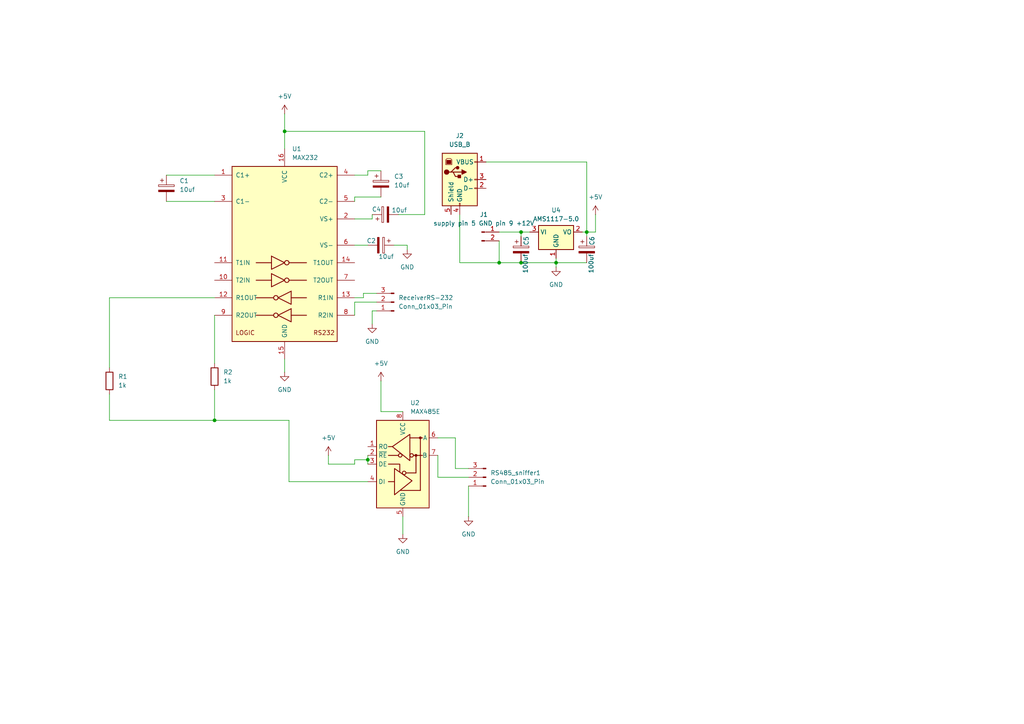
<source format=kicad_sch>
(kicad_sch (version 20250114) (generator "eeschema") (generator_version "9.0")
  (paper "A4")
  (lib_symbols
    (symbol "Connector:Conn_01x02_Pin" (pin_names (offset 1.016) (hide yes))
      (property "Reference" "J" (at 0 2.54 0))
      (property "Value" "Conn_01x02_Pin" (at 0 -5.08 0))
      (symbol "Conn_01x02_Pin_1_1"
        (rectangle (start 0.8636 0.127) (end 0 -0.127) (stroke (width 0.1524)) (fill (type outline)))
        (rectangle (start 0.8636 -2.413) (end 0 -2.667) (stroke (width 0.1524)) (fill (type outline)))
        (polyline (pts (xy 1.27 0) (xy 0.8636 0)) (stroke (width 0.1524)))
        (polyline (pts (xy 1.27 -2.54) (xy 0.8636 -2.54)) (stroke (width 0.1524)))
        (pin passive line (at 5.08 0 180) (length 3.81) (name "Pin_1") (number "1"))
        (pin passive line (at 5.08 -2.54 180) (length 3.81) (name "Pin_2") (number "2"))
      )
    )
    (symbol "Connector:Conn_01x03_Pin" (pin_names (offset 1.016) (hide yes))
      (property "Reference" "J" (at 0 5.08 0))
      (property "Value" "Conn_01x03_Pin" (at 0 -5.08 0))
      (symbol "Conn_01x03_Pin_1_1"
        (rectangle (start 0.8636 2.667) (end 0 2.413) (stroke (width 0.1524)) (fill (type outline)))
        (rectangle (start 0.8636 0.127) (end 0 -0.127) (stroke (width 0.1524)) (fill (type outline)))
        (rectangle (start 0.8636 -2.413) (end 0 -2.667) (stroke (width 0.1524)) (fill (type outline)))
        (polyline (pts (xy 1.27 2.54) (xy 0.8636 2.54)) (stroke (width 0.1524)))
        (polyline (pts (xy 1.27 0) (xy 0.8636 0)) (stroke (width 0.1524)))
        (polyline (pts (xy 1.27 -2.54) (xy 0.8636 -2.54)) (stroke (width 0.1524)))
        (pin passive line (at 5.08 2.54 180) (length 3.81) (name "Pin_1") (number "1"))
        (pin passive line (at 5.08 0 180) (length 3.81) (name "Pin_2") (number "2"))
        (pin passive line (at 5.08 -2.54 180) (length 3.81) (name "Pin_3") (number "3"))
      )
    )
    (symbol "Connector:USB_B" (pin_names (offset 1.016))
      (property "Reference" "J" (at -5.08 11.43 0))
      (property "Value" "USB_B" (at -5.08 8.89 0))
      (symbol "USB_B_0_1"
        (rectangle (start -5.08 -7.62) (end 5.08 7.62) (stroke (width 0.254)) (fill (type background)))
        (polyline (pts (xy -4.064 4.318) (xy -2.286 4.318) (xy -2.286 5.715) (xy -2.667 6.096) (xy -3.683 6.096) (xy -4.064 5.715) (xy -4.064 4.318)))
        (rectangle (start -3.81 5.588) (end -2.54 4.572) (fill (type outline)))
        (circle (center -3.81 2.159) (radius 0.635) (stroke (width 0.254)) (fill (type outline)))
        (polyline (pts (xy -3.175 2.159) (xy -2.54 2.159) (xy -1.27 3.429) (xy -0.635 3.429)) (stroke (width 0.254)))
        (polyline (pts (xy -2.54 2.159) (xy -1.905 2.159) (xy -1.27 0.889) (xy 0 0.889)) (stroke (width 0.254)))
        (polyline (pts (xy -1.905 2.159) (xy 0.635 2.159)) (stroke (width 0.254)))
        (circle (center -0.635 3.429) (radius 0.381) (stroke (width 0.254)) (fill (type outline)))
        (rectangle (start -0.127 -7.62) (end 0.127 -6.858))
        (rectangle (start 0.254 1.27) (end -0.508 0.508) (stroke (width 0.254)) (fill (type outline)))
        (polyline (pts (xy 0.635 2.794) (xy 0.635 1.524) (xy 1.905 2.159) (xy 0.635 2.794)) (stroke (width 0.254)) (fill (type outline)))
        (rectangle (start 5.08 4.953) (end 4.318 5.207))
        (rectangle (start 5.08 -0.127) (end 4.318 0.127))
        (rectangle (start 5.08 -2.667) (end 4.318 -2.413))
      )
      (symbol "USB_B_1_1"
        (pin passive line (at -2.54 -10.16 90) (length 2.54) (name "Shield") (number "5"))
        (pin power_out line (at 0 -10.16 90) (length 2.54) (name "GND") (number "4"))
        (pin power_out line (at 7.62 5.08 180) (length 2.54) (name "VBUS") (number "1"))
        (pin bidirectional line (at 7.62 0 180) (length 2.54) (name "D+") (number "3"))
        (pin bidirectional line (at 7.62 -2.54 180) (length 2.54) (name "D-") (number "2"))
      )
    )
    (symbol "Device:C_Polarized" (pin_numbers (hide yes)) (pin_names (offset 0.254))
      (property "Reference" "C" (at 0.635 2.54 0))
      (property "Value" "C_Polarized" (at 0.635 -2.54 0))
      (symbol "C_Polarized_0_1"
        (rectangle (start -2.286 0.508) (end 2.286 1.016))
        (polyline (pts (xy -1.778 2.286) (xy -0.762 2.286)))
        (polyline (pts (xy -1.27 2.794) (xy -1.27 1.778)))
        (rectangle (start 2.286 -0.508) (end -2.286 -1.016) (fill (type outline)))
      )
      (symbol "C_Polarized_1_1"
        (pin passive line (at 0 3.81 270) (length 2.794) (name "~") (number "1"))
        (pin passive line (at 0 -3.81 90) (length 2.794) (name "~") (number "2"))
      )
    )
    (symbol "Device:R" (pin_numbers (hide yes)) (pin_names (offset 0))
      (property "Reference" "R" (at 2.032 0 90))
      (property "Value" "R" (at 0 0 90))
      (symbol "R_0_1"
        (rectangle (start -1.016 -2.54) (end 1.016 2.54) (stroke (width 0.254)))
      )
      (symbol "R_1_1"
        (pin passive line (at 0 3.81 270) (length 1.27) (name "~") (number "1"))
        (pin passive line (at 0 -3.81 90) (length 1.27) (name "~") (number "2"))
      )
    )
    (symbol "Interface_UART:MAX232" (pin_names (offset 1.016))
      (property "Reference" "U" (at -2.54 28.575 0))
      (property "Value" "MAX232" (at -2.54 26.67 0))
      (symbol "MAX232_0_0"
        (text "LOGIC" (at -11.43 -22.86 0) (effects (font (size 1.27 1.27))))
        (text "RS232" (at 11.43 -22.86 0) (effects (font (size 1.27 1.27))))
      )
      (symbol "MAX232_0_1"
        (rectangle (start -15.24 -25.4) (end 15.24 25.4) (stroke (width 0.254)) (fill (type background)))
        (polyline (pts (xy -3.81 -0.635) (xy -3.81 -4.445) (xy 0 -2.54) (xy -3.81 -0.635)) (stroke (width 0.254)))
        (polyline (pts (xy -3.81 -2.54) (xy -8.255 -2.54)) (stroke (width 0.254)))
        (polyline (pts (xy -3.81 -5.715) (xy -3.81 -9.525) (xy 0 -7.62) (xy -3.81 -5.715)) (stroke (width 0.254)))
        (polyline (pts (xy -3.81 -7.62) (xy -8.255 -7.62)) (stroke (width 0.254)))
        (polyline (pts (xy -3.175 -12.7) (xy -8.255 -12.7)) (stroke (width 0.254)))
        (polyline (pts (xy -3.175 -17.78) (xy -8.255 -17.78)) (stroke (width 0.254)))
        (circle (center -2.54 -12.7) (radius 0.635) (stroke (width 0.254)))
        (circle (center -2.54 -17.78) (radius 0.635) (stroke (width 0.254)))
        (circle (center 0.635 -2.54) (radius 0.635) (stroke (width 0.254)))
        (circle (center 0.635 -7.62) (radius 0.635) (stroke (width 0.254)))
        (polyline (pts (xy 1.27 -2.54) (xy 6.35 -2.54)) (stroke (width 0.254)))
        (polyline (pts (xy 1.27 -7.62) (xy 6.35 -7.62)) (stroke (width 0.254)))
        (polyline (pts (xy 1.905 -10.795) (xy 1.905 -14.605) (xy -1.905 -12.7) (xy 1.905 -10.795)) (stroke (width 0.254)))
        (polyline (pts (xy 1.905 -12.7) (xy 6.35 -12.7)) (stroke (width 0.254)))
        (polyline (pts (xy 1.905 -15.875) (xy 1.905 -19.685) (xy -1.905 -17.78) (xy 1.905 -15.875)) (stroke (width 0.254)))
        (polyline (pts (xy 1.905 -17.78) (xy 6.35 -17.78)) (stroke (width 0.254)))
      )
      (symbol "MAX232_1_1"
        (pin passive line (at -20.32 22.86 0) (length 5.08) (name "C1+") (number "1"))
        (pin passive line (at -20.32 15.24 0) (length 5.08) (name "C1-") (number "3"))
        (pin input line (at -20.32 -2.54 0) (length 5.08) (name "T1IN") (number "11"))
        (pin input line (at -20.32 -7.62 0) (length 5.08) (name "T2IN") (number "10"))
        (pin output line (at -20.32 -12.7 0) (length 5.08) (name "R1OUT") (number "12"))
        (pin output line (at -20.32 -17.78 0) (length 5.08) (name "R2OUT") (number "9"))
        (pin power_in line (at 0 30.48 270) (length 5.08) (name "VCC") (number "16"))
        (pin power_in line (at 0 -30.48 90) (length 5.08) (name "GND") (number "15"))
        (pin passive line (at 20.32 22.86 180) (length 5.08) (name "C2+") (number "4"))
        (pin passive line (at 20.32 15.24 180) (length 5.08) (name "C2-") (number "5"))
        (pin power_out line (at 20.32 10.16 180) (length 5.08) (name "VS+") (number "2"))
        (pin power_out line (at 20.32 2.54 180) (length 5.08) (name "VS-") (number "6"))
        (pin output line (at 20.32 -2.54 180) (length 5.08) (name "T1OUT") (number "14"))
        (pin output line (at 20.32 -7.62 180) (length 5.08) (name "T2OUT") (number "7"))
        (pin input line (at 20.32 -12.7 180) (length 5.08) (name "R1IN") (number "13"))
        (pin input line (at 20.32 -17.78 180) (length 5.08) (name "R2IN") (number "8"))
      )
    )
    (symbol "Interface_UART:MAX485E"
      (property "Reference" "U" (at -6.985 13.97 0))
      (property "Value" "MAX485E" (at 1.905 13.97 0))
      (symbol "MAX485E_0_1"
        (rectangle (start -7.62 12.7) (end 7.62 -12.7) (stroke (width 0.254)) (fill (type background)))
        (polyline (pts (xy -4.191 2.54) (xy -1.27 2.54)) (stroke (width 0.254)))
        (polyline (pts (xy -4.191 0) (xy -0.889 0) (xy -0.889 -2.286)) (stroke (width 0.254)))
        (polyline (pts (xy -3.175 5.08) (xy -4.191 5.08) (xy -4.064 5.08)) (stroke (width 0.254)))
        (polyline (pts (xy -2.54 -5.08) (xy -4.191 -5.08)) (stroke (width 0.254)))
        (polyline (pts (xy -2.413 -5.08) (xy -2.413 -1.27) (xy 2.667 -4.826) (xy -2.413 -8.89) (xy -2.413 -5.08)) (stroke (width 0.254)))
        (polyline (pts (xy -0.635 -7.62) (xy 5.08 -7.62)) (stroke (width 0.254)))
        (circle (center 0.381 -2.54) (radius 0.508) (stroke (width 0.254)))
        (polyline (pts (xy 0.889 -2.54) (xy 3.81 -2.54)) (stroke (width 0.254)))
        (polyline (pts (xy 2.032 7.62) (xy 5.715 7.62)) (stroke (width 0.254)))
        (polyline (pts (xy 3.048 2.54) (xy 5.715 2.54)) (stroke (width 0.254)))
        (circle (center 3.81 2.54) (radius 0.2794) (stroke (width 0.254)) (fill (type outline)))
        (polyline (pts (xy 3.81 -2.54) (xy 3.81 2.54)) (stroke (width 0.254)))
        (polyline (pts (xy 5.08 -7.62) (xy 5.08 7.62)) (stroke (width 0.254)))
      )
      (symbol "MAX485E_1_1"
        (circle (center -0.762 2.54) (radius 0.508) (stroke (width 0.254)))
        (polyline (pts (xy 2.032 4.826) (xy 2.032 8.636) (xy -3.048 5.08) (xy 2.032 1.016) (xy 2.032 4.826)) (stroke (width 0.254)))
        (circle (center 2.54 2.54) (radius 0.508) (stroke (width 0.254)))
        (circle (center 5.08 7.62) (radius 0.2794) (stroke (width 0.254)) (fill (type outline)))
        (pin output line (at -10.16 5.08 0) (length 2.54) (name "RO") (number "1"))
        (pin input line (at -10.16 2.54 0) (length 2.54) (name "~{RE}") (number "2"))
        (pin input line (at -10.16 0 0) (length 2.54) (name "DE") (number "3"))
        (pin input line (at -10.16 -5.08 0) (length 2.54) (name "DI") (number "4"))
        (pin power_in line (at 0 15.24 270) (length 2.54) (name "VCC") (number "8"))
        (pin power_in line (at 0 -15.24 90) (length 2.54) (name "GND") (number "5"))
        (pin bidirectional line (at 10.16 7.62 180) (length 2.54) (name "A") (number "6"))
        (pin bidirectional line (at 10.16 2.54 180) (length 2.54) (name "B") (number "7"))
      )
    )
    (symbol "Regulator_Linear:AMS1117-5.0"
      (property "Reference" "U" (at -3.81 3.175 0))
      (property "Value" "AMS1117-5.0" (at 0 3.175 0))
      (symbol "AMS1117-5.0_0_1"
        (rectangle (start -5.08 -5.08) (end 5.08 1.905) (stroke (width 0.254)) (fill (type background)))
      )
      (symbol "AMS1117-5.0_1_1"
        (pin power_in line (at -7.62 0 0) (length 2.54) (name "VI") (number "3"))
        (pin power_in line (at 0 -7.62 90) (length 2.54) (name "GND") (number "1"))
        (pin power_out line (at 7.62 0 180) (length 2.54) (name "VO") (number "2"))
      )
    )
    (symbol "power:+5V" (power) (pin_numbers (hide yes)) (pin_names (offset 0) (hide yes))
      (property "Value" "+5V" (at 0 3.556 0))
      (symbol "+5V_0_1"
        (polyline (pts (xy -0.762 1.27) (xy 0 2.54)))
        (polyline (pts (xy 0 2.54) (xy 0.762 1.27)))
        (polyline (pts (xy 0 0) (xy 0 2.54)))
      )
      (symbol "+5V_1_1"
        (pin power_in line (at 0 0 90) (length 0) (name "~") (number "1"))
      )
    )
    (symbol "power:GND" (power) (pin_numbers (hide yes)) (pin_names (offset 0) (hide yes))
      (property "Value" "GND" (at 0 -3.81 0))
      (symbol "GND_0_1"
        (polyline (pts (xy 0 0) (xy 0 -1.27) (xy 1.27 -1.27) (xy 0 -2.54) (xy -1.27 -1.27) (xy 0 -1.27)))
      )
      (symbol "GND_1_1"
        (pin power_in line (at 0 0 270) (length 0) (name "~") (number "1"))
      )
    )
  )
  (junction (at 144.78 76.2))
  (junction (at 106.68 133.35))
  (junction (at 170.18 67.31))
  (junction (at 62.23 121.92))
  (junction (at 151.13 76.2))
  (junction (at 161.29 76.2))
  (junction (at 82.55 38.1))
  (junction (at 151.13 67.31))
  (wire (pts (xy 144.78 67.31) (xy 151.13 67.31)))
  (wire (pts (xy 133.35 62.23) (xy 133.35 76.2)))
  (wire (pts (xy 106.68 49.53) (xy 110.49 49.53)))
  (wire (pts (xy 132.08 127) (xy 127 127)))
  (wire (pts (xy 132.08 127) (xy 132.08 135.89)))
  (wire (pts (xy 135.89 140.97) (xy 135.89 149.86)))
  (wire (pts (xy 31.75 86.36) (xy 31.75 106.68)))
  (wire (pts (xy 172.72 62.23) (xy 172.72 67.31)))
  (wire (pts (xy 107.95 93.98) (xy 107.95 90.17)))
  (wire (pts (xy 102.87 91.44) (xy 102.87 87.63)))
  (wire (pts (xy 151.13 67.31) (xy 153.67 67.31)))
  (wire (pts (xy 48.26 50.8) (xy 62.23 50.8)))
  (wire (pts (xy 161.29 76.2) (xy 161.29 77.47)))
  (wire (pts (xy 110.49 57.15) (xy 102.87 57.15)))
  (wire (pts (xy 170.18 46.99) (xy 170.18 67.31)))
  (wire (pts (xy 31.75 114.3) (xy 31.75 121.92)))
  (wire (pts (xy 132.08 135.89) (xy 135.89 135.89)))
  (wire (pts (xy 102.87 87.63) (xy 109.22 87.63)))
  (wire (pts (xy 83.82 139.7) (xy 106.68 139.7)))
  (wire (pts (xy 123.19 62.23) (xy 115.57 62.23)))
  (wire (pts (xy 161.29 74.93) (xy 161.29 76.2)))
  (wire (pts (xy 83.82 139.7) (xy 83.82 121.92)))
  (wire (pts (xy 102.87 133.35) (xy 106.68 133.35)))
  (wire (pts (xy 82.55 43.18) (xy 82.55 38.1)))
  (wire (pts (xy 95.25 134.62) (xy 102.87 134.62)))
  (wire (pts (xy 140.97 46.99) (xy 170.18 46.99)))
  (wire (pts (xy 105.41 86.36) (xy 105.41 85.09)))
  (wire (pts (xy 62.23 86.36) (xy 31.75 86.36)))
  (wire (pts (xy 62.23 91.44) (xy 62.23 105.41)))
  (wire (pts (xy 151.13 76.2) (xy 161.29 76.2)))
  (wire (pts (xy 107.95 63.5) (xy 107.95 62.23)))
  (wire (pts (xy 168.91 67.31) (xy 170.18 67.31)))
  (wire (pts (xy 106.68 133.35) (xy 106.68 134.62)))
  (wire (pts (xy 110.49 110.49) (xy 110.49 119.38)))
  (wire (pts (xy 48.26 58.42) (xy 62.23 58.42)))
  (wire (pts (xy 110.49 119.38) (xy 116.84 119.38)))
  (wire (pts (xy 102.87 63.5) (xy 107.95 63.5)))
  (wire (pts (xy 107.95 90.17) (xy 109.22 90.17)))
  (wire (pts (xy 127 132.08) (xy 127 138.43)))
  (wire (pts (xy 127 138.43) (xy 135.89 138.43)))
  (wire (pts (xy 106.68 50.8) (xy 106.68 49.53)))
  (wire (pts (xy 102.87 86.36) (xy 105.41 86.36)))
  (wire (pts (xy 83.82 121.92) (xy 62.23 121.92)))
  (wire (pts (xy 95.25 132.08) (xy 95.25 134.62)))
  (wire (pts (xy 106.68 132.08) (xy 106.68 133.35)))
  (wire (pts (xy 114.3 71.12) (xy 118.11 71.12)))
  (wire (pts (xy 102.87 57.15) (xy 102.87 58.42)))
  (wire (pts (xy 151.13 67.31) (xy 151.13 68.58)))
  (wire (pts (xy 170.18 67.31) (xy 172.72 67.31)))
  (wire (pts (xy 170.18 67.31) (xy 170.18 68.58)))
  (wire (pts (xy 105.41 85.09) (xy 109.22 85.09)))
  (wire (pts (xy 144.78 69.85) (xy 144.78 76.2)))
  (wire (pts (xy 133.35 76.2) (xy 144.78 76.2)))
  (wire (pts (xy 144.78 76.2) (xy 151.13 76.2)))
  (wire (pts (xy 161.29 76.2) (xy 170.18 76.2)))
  (wire (pts (xy 102.87 71.12) (xy 106.68 71.12)))
  (wire (pts (xy 82.55 33.02) (xy 82.55 38.1)))
  (wire (pts (xy 82.55 104.14) (xy 82.55 107.95)))
  (wire (pts (xy 116.84 149.86) (xy 116.84 154.94)))
  (wire (pts (xy 118.11 71.12) (xy 118.11 72.39)))
  (wire (pts (xy 123.19 38.1) (xy 123.19 62.23)))
  (wire (pts (xy 102.87 50.8) (xy 106.68 50.8)))
  (wire (pts (xy 82.55 38.1) (xy 123.19 38.1)))
  (wire (pts (xy 62.23 113.03) (xy 62.23 121.92)))
  (wire (pts (xy 31.75 121.92) (xy 62.23 121.92)))
  (wire (pts (xy 102.87 134.62) (xy 102.87 133.35)))
  (symbol (lib_id "Device:C_Polarized") (at 110.49 71.12 270) (unit 1)
    (property "Reference" "C2" (at 107.696 69.85 90))
    (property "Value" "10uf" (at 112.014 74.422 90))
    (property "Footprint" "Capacitor_THT:CP_Radial_D8.0mm_P3.80mm" (effects (hide yes)))
    (property "Description" "Polarized capacitor" (effects (hide yes)))
  )
  (symbol (lib_id "power:GND") (at 135.89 149.86 0) (unit 1)
    (property "Reference" "#PWR05" (effects (hide yes)))
    (property "Value" "GND" (at 135.89 154.94 0))
    (property "Description" "Power symbol creates a global label with name \"GND\" , ground" (effects (hide yes)))
  )
  (symbol (lib_id "power:+5V") (at 95.25 132.08 0) (unit 1)
    (property "Reference" "#PWR06" (effects (hide yes)))
    (property "Value" "+5V" (at 95.25 127 0))
    (property "Description" "Power symbol creates a global label with name \"+5V\"" (effects (hide yes)))
  )
  (symbol (lib_id "Interface_UART:MAX485E") (at 116.84 134.62 0) (unit 1)
    (property "Reference" "U2" (at 118.9833 116.84 0) (effects (justify left)))
    (property "Value" "MAX485E" (at 118.9833 119.38 0) (effects (justify left)))
    (property "Footprint" "Package_SO:SOIC-8_3.9x4.9mm_P1.27mm" (effects (hide yes)))
    (property "Datasheet" "https://datasheets.maximintegrated.com/en/ds/MAX1487E-MAX491E.pdf" (effects (hide yes)))
    (property "Description" "Half duplex RS-485/RS-422, 2.5 Mbps, ±15kV electro-static discharge (ESD) protection, no slew-rate, no low-power shutdown, with receiver/driver enable, 32 receiver drive capability, DIP-8 and SOIC-8" (effects (hide yes)))
  )
  (symbol (lib_id "Device:C_Polarized") (at 110.49 53.34 0) (unit 1)
    (property "Reference" "C3" (at 114.3 51.1809 0) (effects (justify left)))
    (property "Value" "10uf" (at 114.3 53.7209 0) (effects (justify left)))
    (property "Footprint" "Capacitor_THT:CP_Radial_D8.0mm_P3.80mm" (effects (hide yes)))
    (property "Description" "Polarized capacitor" (effects (hide yes)))
  )
  (symbol (lib_id "Connector:Conn_01x03_Pin") (at 114.3 87.63 180) (unit 1)
    (property "Reference" "ReceiverRS-232" (at 115.57 86.3599 0) (effects (justify right)))
    (property "Value" "Conn_01x03_Pin" (at 115.57 88.8999 0) (effects (justify right)))
    (property "Footprint" "TerminalBlock_Phoenix:TerminalBlock_Phoenix_MKDS-1,5-3-5.08_1x03_P5.08mm_Horizontal" (effects (hide yes)))
    (property "Description" "Generic connector, single row, 01x03, script generated" (effects (hide yes)))
  )
  (symbol (lib_id "Device:R") (at 31.75 110.49 0) (unit 1)
    (property "Reference" "R1" (at 34.29 109.2199 0) (effects (justify left)))
    (property "Value" "1k" (at 34.29 111.7599 0) (effects (justify left)))
    (property "Footprint" "Inductor_SMD:L_1206_3216Metric_Pad1.22x1.90mm_HandSolder" (effects (hide yes)))
    (property "Description" "Resistor" (effects (hide yes)))
  )
  (symbol (lib_id "Device:R") (at 62.23 109.22 0) (unit 1)
    (property "Reference" "R2" (at 64.77 107.9499 0) (effects (justify left)))
    (property "Value" "1k" (at 64.77 110.4899 0) (effects (justify left)))
    (property "Footprint" "Inductor_SMD:L_1206_3216Metric_Pad1.22x1.90mm_HandSolder" (effects (hide yes)))
    (property "Description" "Resistor" (effects (hide yes)))
  )
  (symbol (lib_id "power:GND") (at 107.95 93.98 0) (unit 1)
    (property "Reference" "#PWR04" (effects (hide yes)))
    (property "Value" "GND" (at 107.95 99.06 0))
    (property "Description" "Power symbol creates a global label with name \"GND\" , ground" (effects (hide yes)))
  )
  (symbol (lib_id "Device:C_Polarized") (at 151.13 72.39 0) (unit 1)
    (property "Reference" "C5" (at 152.654 69.85 90))
    (property "Value" "100uf" (at 152.4 76.454 90))
    (property "Footprint" "Capacitor_THT:CP_Radial_D8.0mm_P3.80mm" (effects (hide yes)))
    (property "Description" "Polarized capacitor" (effects (hide yes)))
  )
  (symbol (lib_id "power:GND") (at 116.84 154.94 0) (unit 1)
    (property "Reference" "#PWR08" (effects (hide yes)))
    (property "Value" "GND" (at 116.84 160.02 0))
    (property "Description" "Power symbol creates a global label with name \"GND\" , ground" (effects (hide yes)))
  )
  (symbol (lib_id "Connector:Conn_01x03_Pin") (at 140.97 138.43 180) (unit 1)
    (property "Reference" "RS485_sniffer1" (at 142.24 137.1599 0) (effects (justify right)))
    (property "Value" "Conn_01x03_Pin" (at 142.24 139.6999 0) (effects (justify right)))
    (property "Footprint" "TerminalBlock_Phoenix:TerminalBlock_Phoenix_MKDS-1,5-3-5.08_1x03_P5.08mm_Horizontal" (effects (hide yes)))
    (property "Description" "Generic connector, single row, 01x03, script generated" (effects (hide yes)))
  )
  (symbol (lib_id "power:+5V") (at 172.72 62.23 0) (unit 1)
    (property "Reference" "#PWR013" (effects (hide yes)))
    (property "Value" "+5V" (at 172.72 57.15 0))
    (property "Description" "Power symbol creates a global label with name \"+5V\"" (effects (hide yes)))
  )
  (symbol (lib_id "Regulator_Linear:AMS1117-5.0") (at 161.29 67.31 0) (unit 1)
    (property "Reference" "U4" (at 161.29 60.96 0))
    (property "Value" "AMS1117-5.0" (at 161.29 63.5 0))
    (property "Footprint" "Package_TO_SOT_SMD:SOT-223-3_TabPin2" (effects (hide yes)))
    (property "Datasheet" "http://www.advanced-monolithic.com/pdf/ds1117.pdf" (effects (hide yes)))
    (property "Description" "1A Low Dropout regulator, positive, 5.0V fixed output, SOT-223" (effects (hide yes)))
  )
  (symbol (lib_id "Connector:USB_B") (at 133.35 52.07 0) (unit 1)
    (property "Reference" "J2" (at 133.35 39.37 0))
    (property "Value" "USB_B" (at 133.35 41.91 0))
    (property "Footprint" "Connector_USB:USB_B_Lumberg_2411_02_Horizontal" (effects (hide yes)))
    (property "Description" "USB Type B connector" (effects (hide yes)))
  )
  (symbol (lib_id "Interface_UART:MAX232") (at 82.55 73.66 0) (unit 1)
    (property "Reference" "U1" (at 84.6933 43.18 0) (effects (justify left)))
    (property "Value" "MAX232" (at 84.6933 45.72 0) (effects (justify left)))
    (property "Footprint" "Package_DIP:DIP-16_W7.62mm_Socket_LongPads" (effects (hide yes)))
    (property "Datasheet" "http://www.ti.com/lit/ds/symlink/max232.pdf" (effects (hide yes)))
    (property "Description" "Dual RS232 driver/receiver, 5V supply, 120kb/s, 0C-70C" (effects (hide yes)))
  )
  (symbol (lib_id "power:GND") (at 161.29 77.47 0) (unit 1)
    (property "Reference" "#PWR012" (effects (hide yes)))
    (property "Value" "GND" (at 161.29 82.55 0))
    (property "Description" "Power symbol creates a global label with name \"GND\" , ground" (effects (hide yes)))
  )
  (symbol (lib_id "Device:C_Polarized") (at 111.76 62.23 90) (unit 1)
    (property "Reference" "C4" (at 109.22 60.706 90))
    (property "Value" "10uf" (at 115.824 60.96 90))
    (property "Footprint" "Capacitor_THT:CP_Radial_D8.0mm_P3.80mm" (effects (hide yes)))
    (property "Description" "Polarized capacitor" (effects (hide yes)))
  )
  (symbol (lib_id "power:GND") (at 118.11 72.39 0) (unit 1)
    (property "Reference" "#PWR02" (effects (hide yes)))
    (property "Value" "GND" (at 118.11 77.47 0))
    (property "Description" "Power symbol creates a global label with name \"GND\" , ground" (effects (hide yes)))
  )
  (symbol (lib_id "Device:C_Polarized") (at 48.26 54.61 0) (unit 1)
    (property "Reference" "C1" (at 52.07 52.4509 0) (effects (justify left)))
    (property "Value" "10uf" (at 52.07 54.9909 0) (effects (justify left)))
    (property "Footprint" "Capacitor_THT:CP_Radial_D8.0mm_P3.80mm" (effects (hide yes)))
    (property "Description" "Polarized capacitor" (effects (hide yes)))
  )
  (symbol (lib_id "power:+5V") (at 82.55 33.02 0) (unit 1)
    (property "Reference" "#PWR01" (effects (hide yes)))
    (property "Value" "+5V" (at 82.55 27.94 0))
    (property "Description" "Power symbol creates a global label with name \"+5V\"" (effects (hide yes)))
  )
  (symbol (lib_id "power:GND") (at 82.55 107.95 0) (unit 1)
    (property "Reference" "#PWR03" (effects (hide yes)))
    (property "Value" "GND" (at 82.55 113.03 0))
    (property "Description" "Power symbol creates a global label with name \"GND\" , ground" (effects (hide yes)))
  )
  (symbol (lib_id "power:+5V") (at 110.49 110.49 0) (unit 1)
    (property "Reference" "#PWR07" (effects (hide yes)))
    (property "Value" "+5V" (at 110.49 105.41 0))
    (property "Description" "Power symbol creates a global label with name \"+5V\"" (effects (hide yes)))
  )
  (symbol (lib_id "Connector:Conn_01x02_Pin") (at 139.7 67.31 0) (unit 1)
    (property "Reference" "J1" (at 140.335 62.23 0))
    (property "Value" "supply pin 5 GND pin 9 +12V" (at 140.335 64.77 0))
    (property "Footprint" "TerminalBlock_Phoenix:TerminalBlock_Phoenix_MKDS-1,5-2_1x02_P5.00mm_Horizontal" (effects (hide yes)))
    (property "Description" "Generic connector, single row, 01x02, script generated" (effects (hide yes)))
  )
  (symbol (lib_id "Device:C_Polarized") (at 170.18 72.39 0) (unit 1)
    (property "Reference" "C6" (at 171.704 69.85 90))
    (property "Value" "100uf" (at 171.45 76.454 90))
    (property "Footprint" "Capacitor_THT:CP_Radial_D8.0mm_P3.80mm" (effects (hide yes)))
    (property "Description" "Polarized capacitor" (effects (hide yes)))
  )
)
</source>
